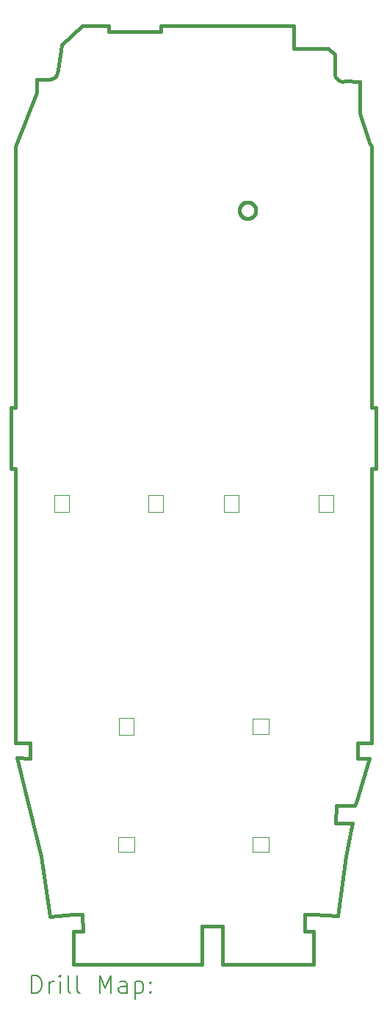
<source format=gbr>
%TF.GenerationSoftware,KiCad,Pcbnew,8.0.4*%
%TF.CreationDate,2025-03-19T09:34:23+11:00*%
%TF.ProjectId,nokia,6e6f6b69-612e-46b6-9963-61645f706362,rev?*%
%TF.SameCoordinates,Original*%
%TF.FileFunction,Drillmap*%
%TF.FilePolarity,Positive*%
%FSLAX45Y45*%
G04 Gerber Fmt 4.5, Leading zero omitted, Abs format (unit mm)*
G04 Created by KiCad (PCBNEW 8.0.4) date 2025-03-19 09:34:23*
%MOMM*%
%LPD*%
G01*
G04 APERTURE LIST*
%ADD10C,0.050000*%
%ADD11C,0.399999*%
%ADD12C,0.200000*%
G04 APERTURE END LIST*
D10*
X3380000Y-11275000D02*
X3570000Y-11275000D01*
X3570000Y-11445000D01*
X3380000Y-11445000D01*
X3380000Y-11275000D01*
X3390000Y-9905000D02*
X3560000Y-9905000D01*
X3560000Y-10095000D01*
X3390000Y-10095000D01*
X3390000Y-9905000D01*
X4601500Y-7340000D02*
X4771500Y-7340000D01*
X4771500Y-7530000D01*
X4601500Y-7530000D01*
X4601500Y-7340000D01*
X4930000Y-9915000D02*
X5120000Y-9915000D01*
X5120000Y-10085000D01*
X4930000Y-10085000D01*
X4930000Y-9915000D01*
X4930000Y-11277500D02*
X5120000Y-11277500D01*
X5120000Y-11447500D01*
X4930000Y-11447500D01*
X4930000Y-11277500D01*
D11*
X3271000Y-2001141D02*
X3871000Y-2001141D01*
X3871000Y-1936141D01*
X5400000Y-1936141D01*
X5400000Y-2200000D01*
X5590000Y-2200000D01*
X5804360Y-2200000D01*
X5874359Y-2270000D01*
X5874356Y-2455076D01*
X5880000Y-2505076D01*
X5890000Y-2525076D01*
X5905000Y-2545076D01*
X5920000Y-2560076D01*
X5940000Y-2570076D01*
X5960000Y-2575076D01*
X5975000Y-2575076D01*
X5995000Y-2575008D01*
X6166340Y-2575076D01*
X6166340Y-2942276D01*
X6277353Y-3281646D01*
X6303610Y-3323876D01*
X6303610Y-6330000D01*
X6353610Y-6330000D01*
X6353610Y-7030000D01*
X6303610Y-7030000D01*
X6303610Y-10195000D01*
X6140000Y-10195000D01*
X6140000Y-10365000D01*
X6277858Y-10365858D01*
X6123633Y-10879577D01*
X6110000Y-10909577D01*
X5894104Y-10909577D01*
X5890000Y-11110000D01*
X6081720Y-11110283D01*
X6068636Y-11189738D01*
X6009206Y-11498709D01*
X5907940Y-12184696D01*
X5635947Y-12161100D01*
X5535000Y-12165000D01*
X5531578Y-12359852D01*
X5635947Y-12361100D01*
X5635947Y-12736153D01*
X4585900Y-12736153D01*
X4585900Y-12296100D01*
X4345900Y-12296100D01*
X4345900Y-12736153D01*
X2865935Y-12736153D01*
X2865935Y-12361100D01*
X2970243Y-12359852D01*
X2970000Y-12165000D01*
X2865935Y-12161100D01*
X2593868Y-12185167D01*
X2492676Y-11498709D01*
X2214385Y-10363925D01*
X2365000Y-10365000D01*
X2365000Y-10195000D01*
X2193810Y-10195000D01*
X2193810Y-7030000D01*
X2143810Y-7030000D01*
X2143810Y-6330000D01*
X2193810Y-6330000D01*
X2193810Y-3323885D01*
X2444632Y-2702990D01*
X2444632Y-2550076D01*
X2585000Y-2550076D01*
X2615000Y-2545000D01*
X2650000Y-2530000D01*
X2670000Y-2505000D01*
X2680000Y-2480000D01*
X2687000Y-2440000D01*
X2727010Y-2155000D01*
X2962010Y-1936141D01*
X3271000Y-1936141D01*
X3271000Y-2001141D01*
D10*
X2640000Y-7340000D02*
X2810000Y-7340000D01*
X2810000Y-7530000D01*
X2640000Y-7530000D01*
X2640000Y-7340000D01*
X3731000Y-7340000D02*
X3901000Y-7340000D01*
X3901000Y-7530000D01*
X3731000Y-7530000D01*
X3731000Y-7340000D01*
X5692500Y-7340000D02*
X5862500Y-7340000D01*
X5862500Y-7530000D01*
X5692500Y-7530000D01*
X5692500Y-7340000D01*
D11*
X4877229Y-3965486D02*
X4882052Y-3965854D01*
X4886805Y-3966458D01*
X4891482Y-3967294D01*
X4896077Y-3968355D01*
X4900583Y-3969636D01*
X4904996Y-3971129D01*
X4909309Y-3972831D01*
X4913516Y-3974733D01*
X4917611Y-3976831D01*
X4921588Y-3979118D01*
X4925442Y-3981588D01*
X4929165Y-3984237D01*
X4932753Y-3987056D01*
X4936199Y-3990041D01*
X4939498Y-3993186D01*
X4942643Y-3996485D01*
X4945628Y-3999931D01*
X4948448Y-4003519D01*
X4951096Y-4007242D01*
X4953566Y-4011096D01*
X4955854Y-4015073D01*
X4957951Y-4019168D01*
X4959854Y-4023375D01*
X4961555Y-4027688D01*
X4963048Y-4032101D01*
X4964329Y-4036608D01*
X4965390Y-4041202D01*
X4966226Y-4045879D01*
X4966831Y-4050632D01*
X4967198Y-4055456D01*
X4967323Y-4060343D01*
X4967208Y-4065054D01*
X4966861Y-4069734D01*
X4966286Y-4074373D01*
X4965487Y-4078966D01*
X4964465Y-4083502D01*
X4963225Y-4087976D01*
X4961770Y-4092379D01*
X4960102Y-4096704D01*
X4958226Y-4100942D01*
X4956144Y-4105085D01*
X4953860Y-4109127D01*
X4951377Y-4113059D01*
X4948697Y-4116873D01*
X4945825Y-4120562D01*
X4942764Y-4124118D01*
X4939516Y-4127533D01*
X4936103Y-4130782D01*
X4932549Y-4133846D01*
X4928861Y-4136720D01*
X4925049Y-4139401D01*
X4921118Y-4141887D01*
X4917078Y-4144173D01*
X4912935Y-4146257D01*
X4908698Y-4148136D01*
X4904375Y-4149806D01*
X4899972Y-4151263D01*
X4895499Y-4152506D01*
X4890963Y-4153530D01*
X4886371Y-4154332D01*
X4881732Y-4154909D01*
X4877052Y-4155258D01*
X4872341Y-4155376D01*
X4867628Y-4155260D01*
X4862947Y-4154914D01*
X4858306Y-4154339D01*
X4853712Y-4153538D01*
X4849174Y-4152516D01*
X4844699Y-4151275D01*
X4840294Y-4149819D01*
X4835969Y-4148151D01*
X4831730Y-4146273D01*
X4827585Y-4144190D01*
X4823542Y-4141904D01*
X4819609Y-4139419D01*
X4815794Y-4136738D01*
X4812105Y-4133864D01*
X4808549Y-4130801D01*
X4805133Y-4127551D01*
X4801884Y-4124136D01*
X4798820Y-4120579D01*
X4795946Y-4116890D01*
X4793265Y-4113075D01*
X4790780Y-4109142D01*
X4788494Y-4105099D01*
X4786411Y-4100955D01*
X4784534Y-4096715D01*
X4782865Y-4092390D01*
X4781409Y-4087985D01*
X4780168Y-4083510D01*
X4779146Y-4078972D01*
X4778346Y-4074378D01*
X4777771Y-4069737D01*
X4777424Y-4065056D01*
X4777309Y-4060343D01*
X4777425Y-4055635D01*
X4777773Y-4050959D01*
X4778350Y-4046322D01*
X4779151Y-4041732D01*
X4780174Y-4037197D01*
X4781416Y-4032725D01*
X4782873Y-4028324D01*
X4784541Y-4024001D01*
X4786419Y-4019765D01*
X4788502Y-4015622D01*
X4790788Y-4011582D01*
X4793273Y-4007651D01*
X4795953Y-4003838D01*
X4798827Y-4000150D01*
X4801889Y-3996595D01*
X4805138Y-3993181D01*
X4808553Y-3989933D01*
X4812108Y-3986871D01*
X4815796Y-3983998D01*
X4819610Y-3981318D01*
X4823541Y-3978834D01*
X4827583Y-3976548D01*
X4831726Y-3974466D01*
X4835963Y-3972589D01*
X4840288Y-3970921D01*
X4844690Y-3969464D01*
X4849164Y-3968224D01*
X4853701Y-3967201D01*
X4858293Y-3966401D01*
X4862932Y-3965825D01*
X4867612Y-3965478D01*
X4872323Y-3965361D01*
X4872341Y-3965361D01*
X4877229Y-3965486D01*
D12*
X2384587Y-13067637D02*
X2384587Y-12867637D01*
X2384587Y-12867637D02*
X2432206Y-12867637D01*
X2432206Y-12867637D02*
X2460778Y-12877160D01*
X2460778Y-12877160D02*
X2479825Y-12896208D01*
X2479825Y-12896208D02*
X2489349Y-12915256D01*
X2489349Y-12915256D02*
X2498873Y-12953351D01*
X2498873Y-12953351D02*
X2498873Y-12981922D01*
X2498873Y-12981922D02*
X2489349Y-13020018D01*
X2489349Y-13020018D02*
X2479825Y-13039065D01*
X2479825Y-13039065D02*
X2460778Y-13058113D01*
X2460778Y-13058113D02*
X2432206Y-13067637D01*
X2432206Y-13067637D02*
X2384587Y-13067637D01*
X2584587Y-13067637D02*
X2584587Y-12934303D01*
X2584587Y-12972399D02*
X2594111Y-12953351D01*
X2594111Y-12953351D02*
X2603635Y-12943827D01*
X2603635Y-12943827D02*
X2622682Y-12934303D01*
X2622682Y-12934303D02*
X2641730Y-12934303D01*
X2708397Y-13067637D02*
X2708397Y-12934303D01*
X2708397Y-12867637D02*
X2698873Y-12877160D01*
X2698873Y-12877160D02*
X2708397Y-12886684D01*
X2708397Y-12886684D02*
X2717920Y-12877160D01*
X2717920Y-12877160D02*
X2708397Y-12867637D01*
X2708397Y-12867637D02*
X2708397Y-12886684D01*
X2832206Y-13067637D02*
X2813158Y-13058113D01*
X2813158Y-13058113D02*
X2803635Y-13039065D01*
X2803635Y-13039065D02*
X2803635Y-12867637D01*
X2936968Y-13067637D02*
X2917920Y-13058113D01*
X2917920Y-13058113D02*
X2908397Y-13039065D01*
X2908397Y-13039065D02*
X2908397Y-12867637D01*
X3165539Y-13067637D02*
X3165539Y-12867637D01*
X3165539Y-12867637D02*
X3232206Y-13010494D01*
X3232206Y-13010494D02*
X3298873Y-12867637D01*
X3298873Y-12867637D02*
X3298873Y-13067637D01*
X3479825Y-13067637D02*
X3479825Y-12962875D01*
X3479825Y-12962875D02*
X3470301Y-12943827D01*
X3470301Y-12943827D02*
X3451254Y-12934303D01*
X3451254Y-12934303D02*
X3413158Y-12934303D01*
X3413158Y-12934303D02*
X3394111Y-12943827D01*
X3479825Y-13058113D02*
X3460778Y-13067637D01*
X3460778Y-13067637D02*
X3413158Y-13067637D01*
X3413158Y-13067637D02*
X3394111Y-13058113D01*
X3394111Y-13058113D02*
X3384587Y-13039065D01*
X3384587Y-13039065D02*
X3384587Y-13020018D01*
X3384587Y-13020018D02*
X3394111Y-13000970D01*
X3394111Y-13000970D02*
X3413158Y-12991446D01*
X3413158Y-12991446D02*
X3460778Y-12991446D01*
X3460778Y-12991446D02*
X3479825Y-12981922D01*
X3575063Y-12934303D02*
X3575063Y-13134303D01*
X3575063Y-12943827D02*
X3594111Y-12934303D01*
X3594111Y-12934303D02*
X3632206Y-12934303D01*
X3632206Y-12934303D02*
X3651254Y-12943827D01*
X3651254Y-12943827D02*
X3660778Y-12953351D01*
X3660778Y-12953351D02*
X3670301Y-12972399D01*
X3670301Y-12972399D02*
X3670301Y-13029541D01*
X3670301Y-13029541D02*
X3660778Y-13048589D01*
X3660778Y-13048589D02*
X3651254Y-13058113D01*
X3651254Y-13058113D02*
X3632206Y-13067637D01*
X3632206Y-13067637D02*
X3594111Y-13067637D01*
X3594111Y-13067637D02*
X3575063Y-13058113D01*
X3756016Y-13048589D02*
X3765539Y-13058113D01*
X3765539Y-13058113D02*
X3756016Y-13067637D01*
X3756016Y-13067637D02*
X3746492Y-13058113D01*
X3746492Y-13058113D02*
X3756016Y-13048589D01*
X3756016Y-13048589D02*
X3756016Y-13067637D01*
X3756016Y-12943827D02*
X3765539Y-12953351D01*
X3765539Y-12953351D02*
X3756016Y-12962875D01*
X3756016Y-12962875D02*
X3746492Y-12953351D01*
X3746492Y-12953351D02*
X3756016Y-12943827D01*
X3756016Y-12943827D02*
X3756016Y-12962875D01*
M02*

</source>
